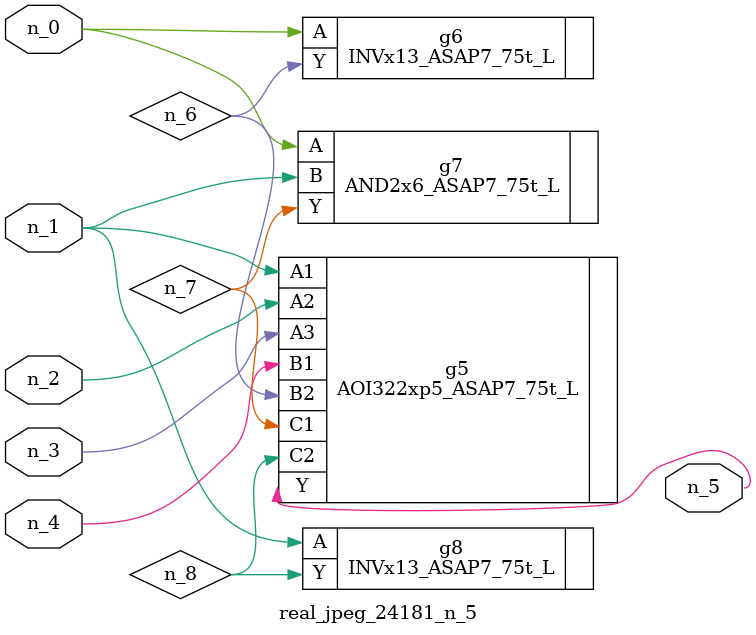
<source format=v>
module real_jpeg_24181_n_5 (n_4, n_0, n_1, n_2, n_3, n_5);

input n_4;
input n_0;
input n_1;
input n_2;
input n_3;

output n_5;

wire n_8;
wire n_6;
wire n_7;

INVx13_ASAP7_75t_L g6 ( 
.A(n_0),
.Y(n_6)
);

AND2x6_ASAP7_75t_L g7 ( 
.A(n_0),
.B(n_1),
.Y(n_7)
);

AOI322xp5_ASAP7_75t_L g5 ( 
.A1(n_1),
.A2(n_2),
.A3(n_3),
.B1(n_4),
.B2(n_6),
.C1(n_7),
.C2(n_8),
.Y(n_5)
);

INVx13_ASAP7_75t_L g8 ( 
.A(n_1),
.Y(n_8)
);


endmodule
</source>
